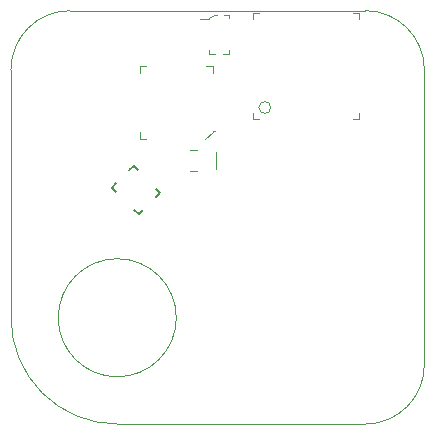
<source format=gbr>
G04 #@! TF.GenerationSoftware,KiCad,Pcbnew,(5.1.5-0-10_14)*
G04 #@! TF.CreationDate,2020-05-20T18:56:31+12:00*
G04 #@! TF.ProjectId,bluetooth-tracker,626c7565-746f-46f7-9468-2d747261636b,A*
G04 #@! TF.SameCoordinates,Original*
G04 #@! TF.FileFunction,Legend,Top*
G04 #@! TF.FilePolarity,Positive*
%FSLAX46Y46*%
G04 Gerber Fmt 4.6, Leading zero omitted, Abs format (unit mm)*
G04 Created by KiCad (PCBNEW (5.1.5-0-10_14)) date 2020-05-20 18:56:31*
%MOMM*%
%LPD*%
G04 APERTURE LIST*
%ADD10C,0.100000*%
%ADD11C,0.127000*%
G04 APERTURE END LIST*
D10*
X69400000Y-72000000D02*
G75*
G03X69400000Y-72000000I-5000000J0D01*
G01*
X60400000Y-46000001D02*
X85400000Y-46000001D01*
X85399999Y-81000000D02*
X64400000Y-81000000D01*
X90399999Y-76000002D02*
G75*
G02X85399999Y-81000000I-4999999J1D01*
G01*
X90400000Y-51000001D02*
X90400000Y-76000000D01*
X85400000Y-46000001D02*
G75*
G02X90400000Y-51000001I0J-5000000D01*
G01*
X55400001Y-51000001D02*
G75*
G02X60400001Y-46000001I5000000J0D01*
G01*
X55400000Y-71999999D02*
X55400000Y-51000001D01*
X64399999Y-81000000D02*
G75*
G02X55400000Y-71999999I1J9000000D01*
G01*
D11*
X63949390Y-60987868D02*
X64302944Y-61341421D01*
X63949390Y-60987868D02*
X64302944Y-60634315D01*
X65787868Y-59149390D02*
X65434315Y-59502944D01*
X65787868Y-59149390D02*
X66141421Y-59502944D01*
X68050610Y-61412132D02*
X67697056Y-61058579D01*
X68050610Y-61412132D02*
X67697056Y-61765685D01*
X66212132Y-63250610D02*
X65858579Y-62897056D01*
X66212132Y-63250610D02*
X66565685Y-62897056D01*
D10*
X77400000Y-54200000D02*
G75*
G03X77400000Y-54200000I-500000J0D01*
G01*
X75900000Y-46200000D02*
X76400000Y-46200000D01*
X75900000Y-46200000D02*
X75900000Y-46700000D01*
X75900000Y-55200000D02*
X75900000Y-54700000D01*
X75900000Y-55200000D02*
X76400000Y-55200000D01*
X84900000Y-46200000D02*
X84900000Y-46700000D01*
X84900000Y-46200000D02*
X84400000Y-46200000D01*
X84900000Y-55200000D02*
X84900000Y-54700000D01*
X84900000Y-55200000D02*
X84400000Y-55200000D01*
X73825000Y-46350000D02*
X73825000Y-46650000D01*
X73450000Y-46350000D02*
X73825000Y-46350000D01*
X73825000Y-49650000D02*
X73375000Y-49650000D01*
X73825000Y-49350000D02*
X73825000Y-49650000D01*
X73825000Y-49425000D02*
X73825000Y-49300000D01*
X72175000Y-49650000D02*
X72175000Y-49300000D01*
X72650000Y-49650000D02*
X72175000Y-49650000D01*
X72175000Y-46675000D02*
X71400000Y-46675000D01*
X72175000Y-46625000D02*
X72175000Y-46675000D01*
X72550000Y-46350000D02*
X72175000Y-46625000D01*
X72825000Y-46350000D02*
X72550000Y-46350000D01*
X70818628Y-59600000D02*
X70518628Y-59600000D01*
X70818628Y-59600000D02*
X71118628Y-59600000D01*
X70818628Y-57800000D02*
X70518628Y-57800000D01*
X70818628Y-57800000D02*
X71118628Y-57800000D01*
X72718628Y-59400000D02*
X72718628Y-58000000D01*
X72500000Y-56200000D02*
X72650000Y-56200000D01*
X72500000Y-56250000D02*
X72500000Y-56200000D01*
X71850000Y-56900000D02*
X72500000Y-56250000D01*
X66300000Y-56900000D02*
X66300000Y-56300000D01*
X66800000Y-56900000D02*
X66300000Y-56900000D01*
X66300000Y-50700000D02*
X66300000Y-51250000D01*
X66850000Y-50700000D02*
X66300000Y-50700000D01*
X72500000Y-50700000D02*
X71900000Y-50700000D01*
X72500000Y-51250000D02*
X72500000Y-50700000D01*
M02*

</source>
